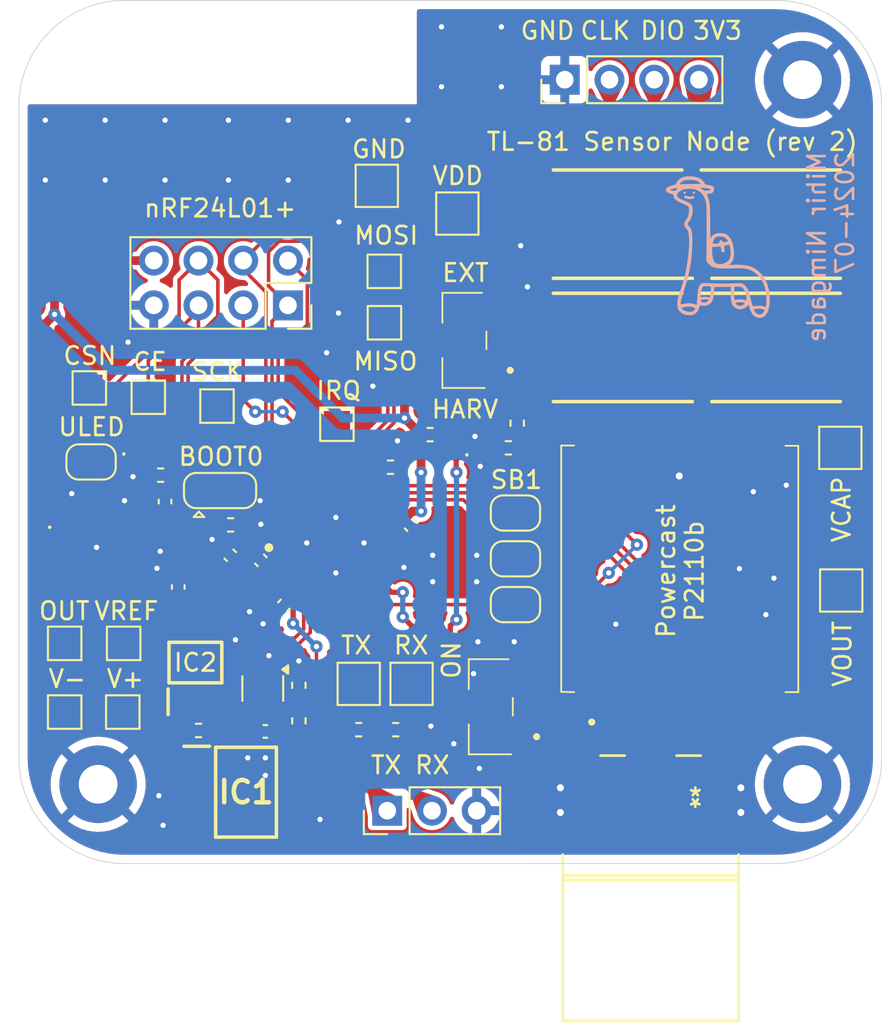
<source format=kicad_pcb>
(kicad_pcb (version 20240108) (generator "pcbnew") (generator_version "8.0")
  (layers (0 "F.Cu" signal) (31 "B.Cu" power) (34 "B.Paste" user) (35 "F.Paste" user) (36 "B.SilkS" user "B.Silkscreen") (37 "F.SilkS" user "F.Silkscreen") (38 "B.Mask" user) (39 "F.Mask" user) (44 "Edge.Cuts" user))
  (net 0 "")
  (net 1 "GND")
  (net 2 "+3.3V")
  (net 3 "/NRST")
  (net 4 "PSENSE_PLUS")
  (net 5 "PSENSE_MINUS")
  (net 6 "Net-(D2-K)")
  (net 7 "/BOOT0")
  (net 9 "NRF_CSN")
  (net 13 "USART1_RX")
  (net 16 "NRF_IRQ")
  (net 17 "NRF_SCK")
  (net 18 "NRF_MISO")
  (net 19 "Net-(JP5-B)")
  (net 20 "Net-(JP6-B)")
  (net 21 "SWCLK")
  (net 22 "Net-(JP9-B)")
  (net 23 "USART1_TX")
  (net 24 "SWDIO")
  (net 25 "NRF_MOSI")
  (net 26 "VDD")
  (net 27 "Net-(D1-A)")
  (net 28 "P2110B_RESET")
  (net 29 "P2110B_DOUT")
  (net 30 "P2110B_DSET")
  (net 33 "P2110B_INT")
  (net 35 "POWER_LED_EN")
  (net 36 "/RFIN")
  (net 37 "NRF_CE")
  (net 39 "Net-(D2-A)")
  (net 41 "/USER_LED")
  (net 42 "Net-(J4-Pin_1)")
  (net 43 "Net-(J4-Pin_2)")
  (net 44 "/VSET")
  (net 46 "VCAP")
  (net 47 "/P2110B_VOUT")
  (net 48 "Net-(JP2-C)")
  (net 49 "Net-(U4-+)")
  (net 50 "Net-(IC2-RG_2)")
  (net 51 "Net-(IC2-RG_1)")
  (net 53 "PSENSE_OUT")
  (net 54 "PSENSE_VREF")
  (footprint "TestPoint:TestPoint_Pad_2.0x2.0mm" (layer "F.Cu") (at 120.65 121.4)
    (property "Reference" "TP18" (hide yes))
    (property "Value" "~")
  )
  (footprint "Resistor_SMD:R_0402_1005Metric" (layer "F.Cu") (at 89.9 136.9 90)
    (property "Reference" "R11" (hide yes))
    (property "Value" "22k")
  )
  (footprint "Package_TO_SOT_SMD:SOT-353_SC-70-5" (layer "F.Cu") (at 87.85 135.065 -90)
    (property "Reference" "U4" (hide yes))
    (property "Value" "TLV9001IDCK")
  )
  (footprint "libtpms:P2110B" (layer "F.Cu") (at 111.53 128.269 90)
    (property "Reference" "PS1" (hide yes))
    (property "Value" "P2110B" (hide yes))
  )
  (footprint "Jumper:SolderJumper-2_P1.3mm_Open_RoundedPad1.0x1.5mm" (layer "F.Cu") (at 102.2 130.3)
    (property "Reference" "JP9" (hide yes))
    (property "Value" "DOUT_EN")
  )
  (footprint "TestPoint:TestPoint_Pad_2.0x2.0mm" (layer "F.Cu") (at 94.325 106.525)
    (property "Reference" "TP17" (hide yes))
    (property "Value" "~")
  )
  (footprint "TestPoint:TestPoint_Pad_1.5x1.5mm" (layer "F.Cu") (at 76.6 136.4)
    (property "Reference" "TP11" (hide yes))
    (property "Value" "~")
  )
  (footprint "Resistor_SMD:R_0402_1005Metric" (layer "F.Cu") (at 84.2 137.445 180)
    (property "Reference" "R13" (hide yes))
    (property "Value" "100k")
  )
  (footprint "TestPoint:TestPoint_Pad_1.5x1.5mm" (layer "F.Cu") (at 92.06 120.06)
    (property "Reference" "TP1" (hide yes))
    (property "Value" "~")
  )
  (footprint "Capacitor_SMD:C_0402_1005Metric" (layer "F.Cu") (at 96.24 125.79 -45)
    (property "Reference" "C4" (hide yes))
    (property "Value" "100n")
  )
  (footprint "Resistor_SMD:R_0402_1005Metric" (layer "F.Cu") (at 82.05 122.95 180)
    (property "Reference" "R5" (hide yes))
    (property "Value" "470R")
  )
  (footprint "Resistor_SMD:R_0402_1005Metric" (layer "F.Cu") (at 89.9 134.88 90)
    (property "Reference" "R14" (hide yes))
    (property "Value" "22k")
  )
  (footprint "libtpms:QFN50P500X500X60-33N-D" (layer "F.Cu") (at 92 126.8 45)
    (property "Reference" "U1" (hide yes))
    (property "Value" "STM32U031K8U6" (hide yes))
  )
  (footprint "Capacitor_SMD:C_0402_1005Metric" (layer "F.Cu") (at 89.05 130.35 -135)
    (property "Reference" "C2" (hide yes))
    (property "Value" "100n")
  )
  (footprint "Capacitor_SMD:C_0402_1005Metric" (layer "F.Cu") (at 87.74 127.79 135)
    (property "Reference" "C3" (hide yes))
    (property "Value" "100n")
  )
  (footprint "libtpms:TS2134035BK160SMTTR" (layer "F.Cu") (at 78.46 126.91)
    (property "Reference" "S4" (hide yes))
    (property "Value" "Pushbutton switch" (hide yes))
  )
  (footprint "Capacitor_SMD:C_0402_1005Metric" (layer "F.Cu") (at 88 137.5 180)
    (property "Reference" "C23" (hide yes))
    (property "Value" "100n")
  )
  (footprint "Capacitor_SMD:C_0402_1005Metric" (layer "F.Cu") (at 83.05 129.3 90)
    (property "Reference" "C24" (hide yes))
    (property "Value" "100n")
  )
  (footprint "Jumper:SolderJumper-2_P1.3mm_Open_RoundedPad1.0x1.5mm" (layer "F.Cu") (at 102.2 125.1)
    (property "Reference" "JP5" (hide yes))
    (property "Value" "INT_EN")
  )
  (footprint "Resistor_SMD:R_0402_1005Metric" (layer "F.Cu") (at 86.025 125.775 180)
    (property "Reference" "R1" (hide yes))
    (property "Value" "100k")
  )
  (footprint "TestPoint:TestPoint_Pad_1.5x1.5mm" (layer "F.Cu") (at 78 118)
    (property "Reference" "TP6" (hide yes))
    (property "Value" "~")
  )
  (footprint "TestPoint:TestPoint_Pad_1.5x1.5mm" (layer "F.Cu") (at 76.6 132.5)
    (property "Reference" "TP9" (hide yes))
    (property "Value" "~")
  )
  (footprint "TestPoint:TestPoint_Pad_1.5x1.5mm" (layer "F.Cu") (at 94.76 114.3)
    (property "Reference" "TP3" (hide yes))
    (property "Value" "~")
  )
  (footprint "LED_SMD:LED_0402_1005Metric" (layer "F.Cu") (at 98.35 121.8 180)
    (property "Reference" "D1" (hide yes))
    (property "Value" "LED")
  )
  (footprint "libtpms:SOP65P490X110-8N" (layer "F.Cu") (at 84.025 133.59 90)
    (property "Reference" "IC2")
    (property "Value" "AD8226ARMZ" (hide yes))
  )
  (footprint "Resistor_SMD:R_0402_1005Metric" (layer "F.Cu") (at 101.8 121.4)
    (property "Reference" "R2" (hide yes))
    (property "Value" "?")
  )
  (footprint "TestPoint:TestPoint_Pad_1.5x1.5mm" (layer "F.Cu") (at 79.95 132.5)
    (property "Reference" "TP12" (hide yes))
    (property "Value" "~")
  )
  (footprint "TestPoint:TestPoint_Pad_1.5x1.5mm" (layer "F.Cu") (at 81.35 118.525)
    (property "Reference" "TP5" (hide yes))
    (property "Value" "~")
  )
  (footprint "Resistor_SMD:R_0402_1005Metric" (layer "F.Cu") (at 97.35 120.65)
    (property "Reference" "R4" (hide yes))
    (property "Value" "470R")
  )
  (footprint "LED_SMD:LED_0402_1005Metric" (layer "F.Cu") (at 81.05 121.75)
    (property "Reference" "D2" (hide yes))
    (property "Value" "LED")
  )
  (footprint "TestPoint:TestPoint_Pad_2.0x2.0mm" (layer "F.Cu") (at 120.7 129.5)
    (property "Reference" "TP16" (hide yes))
    (property "Value" "~")
  )
  (footprint "libtpms:CAPPM7362X375N" (layer "F.Cu") (at 117 115.7)
    (property "Reference" "C8" (hide yes))
    (property "Value" "C_Polarized" (hide yes))
  )
  (footprint "Jumper:SolderJumper-2_P1.3mm_Open_RoundedPad1.0x1.5mm" (layer "F.Cu") (at 102.2 127.7)
    (property "Reference" "JP6" (hide yes))
    (property "Value" "DSET_EN")
  )
  (footprint "Resistor_SMD:R_0402_1005Metric" (layer "F.Cu") (at 102.3 120 -90)
    (property "Reference" "R3" (hide yes))
    (property "Value" "?")
  )
  (footprint "TestPoint:TestPoint_Pad_2.0x2.0mm" (layer "F.Cu") (at 96.3 134.8 -90)
    (property "Reference" "TP14" (hide yes))
    (property "Value" "~")
  )
  (footprint "Connector_PinHeader_2.54mm:PinHeader_1x04_P2.54mm_Vertical" (layer "F.Cu") (at 105 100.5 90)
    (property "Reference" "J2" (hide yes))
    (property "Value" "DEBUG_CONN")
  )
  (footprint "Resistor_SMD:R_0402_1005Metric" (layer "F.Cu") (at 95.1 122.5)
    (property "Reference" "R10" (hide yes))
    (property "Value" "1k")
  )
  (footprint "libtpms:CAPPM7362X375N" (layer "F.Cu") (at 108 115.7 180)
    (property "Reference" "C6" (hide yes))
    (property "Value" "C_Polarized" (hide yes))
  )
  (footprint "Resistor_SMD:R_0402_1005Metric" (layer "F.Cu") (at 93.3 137.4 180)
    (property "Reference" "R6" (hide yes))
    (property "Value" "220R")
  )
  (footprint "libtpms:CAPPM7362X375N" (layer "F.Cu") (at 108 108.7 180)
    (property "Reference" "C5" (hide yes))
    (property "Value" "C_Polarized" (hide yes))
  )
  (footprint "TestPoint:TestPoint_Pad_1.5x1.5mm" (layer "F.Cu") (at 85.25 119.03)
    (property "Reference" "TP2" (hide yes))
    (property "Value" "~")
  )
  (footprint "MountingHole:MountingHole_2.2mm_M2_Pad" (layer "F.Cu") (at 118.5 100.5)
    (property "Reference" "H3" (hide yes))
    (property "Value" "MountingHole" (hide yes))
  )
  (footprint "Capacitor_SMD:C_0402_1005Metric" (layer "F.Cu") (at 82.3 124.45 90)
    (property "Reference" "C22" (hide yes))
    (property "Value" "100n")
  )
  (footprint "TestPoint:TestPoint_Pad_1.5x1.5mm" (layer "F.Cu") (at 94.75 111.38)
    (property "Reference" "TP4" (hide yes))
    (property "Value" "~")
  )
  (footprint "MountingHole:MountingHole_2.2mm_M2_Pad" (layer "F.Cu") (at 118.5 140.5)
    (property "Reference" "H4" (hide yes))
    (property "Value" "MountingHole" (hide yes))
  )
  (footprint "libtpms:CONN_73251-1150_MOL" (layer "F.Cu") (at 109.875 142.404 180)
    (property "Reference" "J3" (hide yes))
    (property "Value" "SMA EDGE CONN")
  )
  (footprint "libtpms:CAPPM7362X375N" (layer "F.Cu") (at 117 108.7)
    (property "Reference" "C1" (hide yes))
    (property "Value" "C_Polarized" (hide yes))
  )
  (footprint "Connector_PinSocket_2.54mm:PinSocket_2x04_P2.54mm_Vertical" (layer "F.Cu") (at 89.28 113.31 -90)
    (property "Reference" "nRF24L01+")
    (property "Value" "NRF_CONN")
  )
  (footprint "Capacitor_SMD:C_0402_1005Metric" (layer "F.Cu") (at 86 127.5 135)
    (property "Reference" "C7" (hide yes))
    (property "Value" "10u")
  )
  (footprint "Jumper:SolderJumper-3_P1.3mm_Open_RoundedPad1.0x1.5mm" (layer "F.Cu") (at 85.425 123.825)
    (property "Reference" "JP2" (hide yes))
    (property "Value" "BOOT_SEL")
  )
  (footprint "TestPoint:TestPoint_Pad_1.5x1.5mm" (layer "F.Cu") (at 79.9 136.4)
    (property "Reference" "TP10" (hide yes))
    (property "Value" "~")
  )
  (footprint "Connector_PinHeader_2.54mm:PinHeader_1x03_P2.54mm_Vertical" (layer "F.Cu") (at 94.92 142 90)
    (property "Reference" "J4" (hide yes))
    (property "Value" "UART_CONN")
  )
  (footprint "TestPoint:TestPoint_Pad_2.0x2.0mm" (layer "F.Cu") (at 93.3 134.8 -90)
    (property "Reference" "TP13" (hide yes))
    (property "Value" "~")
  )
  (footprint "libtpms:CAS120A1" (layer "F.Cu") (at 100.8 136.1 90)
    (property "Reference" "S1" (hide yes))
    (property "Value" "CAS-120A1" (hide yes))
  )
  (footprint "MountingHole:MountingHole_2.2mm_M2_Pad" (layer "F.Cu") (at 78.5 140.5)
    (property "Reference" "H2" (hide yes))
    (property "Value" "MountingHole" (hide yes))
  )
  (footprint "TestPoint:TestPoint_Pad_2.0x2.0mm" (layer "F.Cu") (at 98.9 108.1)
    (property "Reference" "TP15" (hide yes))
    (property "Value" "~")
  )
  (footprint "libtpms:SOIC127P610X280-8N" (layer "F.Cu") (at 86.9 140.95)
    (property "Reference" "IC1")
    (property "Value" "NPP-301A-700AT" (hide yes))
  )
  (footprint "libtpms:CAS120A1" (layer "F.Cu") (at 99.3 115.3 90)
    (property "Reference" "S5" (hide yes))
    (property "Value" "CAS-120A1" (hide yes))
  )
  (footprint "Jumper:SolderJumper-2_P1.3mm_Open_RoundedPad1.0x1.5mm" (layer "F.Cu") (at 78.1 122.2)
    (property "Reference" "JP1" (hide yes))
    (property "Value" "USER_LED_EN")
  )
  (footprint "Resistor_SMD:R_0402_1005Metric" (layer "F.Cu") (at 95.4 137.4 180)
    (property "Reference" "R7" (hide yes))
    (property "Value" "220R")
  )
  (footprint "LOGO" (layer "B.Cu") (at 113.7 110 180)
    (property "Reference" "G***" (hide yes))
    (property "Value" "LOGO" (hide yes))
  )
  (gr_arc (start 117 96) (mid 121.242641 97.757359) (end 123 102) (stroke (width 0.05)) (layer "Edge.Cuts"))
  (gr_arc (start 122.999999 138.999999) (mid 121.24264 143.24264) (end 116.999999 144.999999) (stroke (width 0.05)) (layer "Edge.Cuts"))
  (gr_line (start 116.999999 144.999999) (end 80 145) (stroke (width 0.05)) (layer "Edge.Cuts"))
  (gr_line (start 117 96) (end 80.000001 96.000001) (stroke (width 0.05)) (layer "Edge.Cuts"))
  (gr_line (start 123 102) (end 122.999999 138.999999) (stroke (width 0.05)) (layer "Edge.Cuts"))
  (gr_line (start 74 138.999999) (end 74 102.000001) (stroke (width 0.05)) (layer "Edge.Cuts"))
  (gr_arc (start 80.000001 144.999999) (mid 75.75736 143.24264) (end 74.000001 138.999999) (stroke (width 0.05)) (layer "Edge.Cuts"))
  (gr_arc (start 74.000001 102.000001) (mid 75.75736 97.75736) (end 80.000001 96.000001) (stroke (width 0.05)) (layer "Edge.Cuts"))
  (gr_text "Mihir Nimgade\n2024-07" (at 121.5 104.5 90) (layer "B.SilkS") (effects (font (size 1 1) (thickness 0.15) (bold yes)) (justify left bottom mirror)))
  (gr_text "MOSI" (at 92.95 109.93 0) (layer "F.SilkS") (effects (font (size 1 1)) (justify left bottom)))
  (gr_text "TX" (at 93.9 140 0) (layer "F.SilkS") (effects (font (size 1 1)) (justify left bottom)))
  (gr_text "RX" (at 95.2 133.2 0) (layer "F.SilkS") (effects (font (size 1 1) (thickness 0.15) (bold yes)) (justify left bottom)))
  (gr_text "DIO" (at 109.2 98.3 0) (layer "F.SilkS") (effects (font (size 1 1) (thickness 0.15) (bold yes)) (justify left bottom)))
  (gr_text "SCK" (at 83.71 117.66 0) (layer "F.SilkS") (effects (font (size 1 1) (thickness 0.15) (bold yes)) (justify left bottom)))
  (gr_text "V-" (at 75.6 135.1 0) (layer "F.SilkS") (effects (font (size 1 1) (thickness 0.15) (bold yes)) (justify left bottom)))
  (gr_text "VOUT" (at 121.35 135.05 90) (layer "F.SilkS") (effects (font (size 1 1) (thickness 0.15) (bold yes)) (justify left bottom)))
  (gr_text "TX" (at 92.2 133.2 0) (layer "F.SilkS") (effects (font (size 1 1) (thickness 0.15) (bold yes)) (justify left bottom)))
  (gr_text "3V3" (at 112.2 98.3 0) (layer "F.SilkS") (effects (font (size 1 1) (thickness 0.15) (bold yes)) (justify left bottom)))
  (gr_text "EXT" (at 97.95 112.05 0) (layer "F.SilkS") (effects (font (size 1 1)) (justify left bottom)))
  (gr_text "RX" (at 96.4 140 0) (layer "F.SilkS") (effects (font (size 1 1)) (justify left bottom)))
  (gr_text "VCAP" (at 121.3 126.85 90) (layer "F.SilkS") (effects (font (size 1 1) (thickness 0.15) (bold yes)) (justify left bottom)))
  (gr_text "CSN" (at 76.43 116.76 0) (layer "F.SilkS") (effects (font (size 1 1) (thickness 0.15) (bold yes)) (justify left bottom)))
  (gr_text "ON" (at 99.15 134.6 90) (layer "F.SilkS") (effects (font (size 1 1)) (justify left bottom)))
  (gr_text "OUT" (at 75.05 131.25 0) (layer "F.SilkS") (effects (font (size 1 1) (thickness 0.15) (bold yes)) (justify left bottom)))
  (gr_text "CE" (at 80.39 117.1 0) (layer "F.SilkS") (effects (font (size 1 1) (thickness 0.15) (bold yes)) (justify left bottom)))
  (gr_text "IRQ" (at 90.8 118.74 0) (layer "F.SilkS") (effects (font (size 1 1) (thickness 0.15) (bold yes)) (justify left bottom)))
  (gr_text "GND" (at 92.825 105.025 0) (layer "F.SilkS") (effects (font (size 1 1)) (justify left bottom)))
  (gr_text "ULED" (at 76.15 120.8 0) (layer "F.SilkS") (effects (font (size 1 1)) (justify left bottom)))
  (gr_text "CLK" (at 105.8 98.3 0) (layer "F.SilkS") (effects (font (size 1 1) (thickness 0.15) (bold yes)) (justify left bottom)))
  (gr_text "MISO" (at 92.91 117.075 0) (layer "F.SilkS") (effects (font (size 1 1)) (justify left bottom)))
  (gr_text "V+" (at 78.9 135.1 0) (layer "F.SilkS") (effects (font (size 1 1) (thickness 0.15) (bold yes)) (justify left bottom)))
  (gr_text "TL-81 Sensor Node (rev 2)" (at 111.1 104.6 0) (layer "F.SilkS") (effects (font (size 1 1) (thickness 0.15) (bold yes)) (justify bottom)))
  (gr_text "SB1" (at 100.7 123.8 0) (layer "F.SilkS") (effects (font (size 1 1) (thickness 0.15) (bold yes)) (justify left bottom)))
  (gr_text "BOOT0" (at 82.98 122.48 0) (layer "F.SilkS") (effects (font (size 1 1) (thickness 0.15) (bold yes)) (justify left bottom)))
  (gr_text "VREF" (at 78.2 131.25 0) (layer "F.SilkS") (effects (font (size 1 1) (thickness 0.15) (bold yes)) (justify left bottom)))
  (gr_text "Powercast\nP2110b" (at 112.95 128.4 90) (layer "F.SilkS") (effects (font (size 1 1) (thickness 0.15) (bold yes)) (justify bottom)))
  (gr_text "VDD" (at 97.4 106.54 0) (layer "F.SilkS") (effects (font (size 1 1)) (justify left bottom)))
  (gr_text "GND" (at 102.4 98.3 0) (layer "F.SilkS") (effects (font (size 1 1) (thickness 0.15) (bold yes)) (justify left bottom)))
  (gr_text "HARV" (at 97.35 119.8 0) (layer "F.SilkS") (effects (font (size 1 1)) (justify left bottom)))
  (segment (start 89.9 134.37) (end 89.9 133.5) (width 0.5) (layer "F.Cu") (net 1))
  (segment (start 86.725 123.825) (end 87.125 123.825) (width 0.5) (layer "F.Cu") (net 1))
  (segment (start 87.975 125.975) (end 88.700127 125.975) (width 0.2) (layer "F.Cu") (net 1))
  (segment (start 87.85 133.55) (end 88.2 133.2) (width 0.2) (layer "F.Cu") (net 1))
  (segment (start 90.745 142.855) (end 89.7 142.855) (width 0.5) (layer "F.Cu") (net 1))
  (segment (start 85.10288 126.60288) (end 85.660589 127.160589) (width 0.5) (layer "F.Cu") (net 1))
  (segment (start 86.3 132.3) (end 85.365 131.365) (width 0.3) (layer "F.Cu") (net 1))
  (segment (start 87.125 123.825) (end 87.7 124.4) (width 0.5) (layer "F.Cu") (net 1))
  (segment (start 87.85 134.115) (end 87.85 133.55) (width 0.2) (layer "F.Cu") (net 1))
  (segment (start 111.5 121.314) (end 111.5 123) (width 0.5) (layer "F.Cu") (net 1))
  (segment (start 88.700127 125.975) (end 89.030152 126.305025) (width 0.2) (layer "F.Cu") (net 1))
  (segment (start 84.97212 126.60288) (end 85.10288 126.60288) (width 0.2) (layer "F.Cu") (net 1))
  (segment (start 91.1 142.5) (end 90.745 142.855) (width 0.5) (layer "F.Cu") (net 1))
  (segment (start 85.365 131.365) (end 85 131.365) (width 0.3) (layer "F.Cu") (net 1))
  (segment (start 95.864873 128.19) (end 94.969848 127.294975) (width 0.2) (layer "F.Cu") (net 1))
  (segment (start 111.53 121.284) (end 111.5 121.314) (width 0.5) (layer "F.Cu") (net 1))
  (segment (start 87.74 125.74) (end 87.975 125.975) (width 0.2) (layer "F.Cu") (net 1))
  (via (at 86.3 132.3) (size 0.7) (drill 0.3) (layers "F.Cu" "B.Cu") (net 1))
  (via (at 92.175 108.575) (size 0.7) (drill 0.3) (layers "F.Cu" "B.Cu") (net 1))
  (via (at 97.4 137.2) (size 0.7) (drill 0.3) (layers "F.Cu" "B.Cu") (net 1))
  (via (at 82.19 142.83) (size 0.7) (drill 0.3) (layers "F.Cu" "B.Cu") (net 1))
  (via (at 116.88 128.8) (size 0.7) (drill 0.3) (layers "F.Cu" "B.Cu") (net 1))
  (via (at 80 124.4) (size 0.7) (drill 0.3) (layers "F.Cu" "B.Cu") (net 1))
  (via (at 87.1 130.7) (size 0.7) (drill 0.3) (layers "F.Cu" "B.Cu") (net 1))
  (via (at 88.2 133.2) (size 0.7) (drill 0.3) (layers "F.Cu" "B.Cu") (net 1))
  (via (at 100.07 132.41) (size 0.7) (drill 0.3) (layers "F.Cu" "B.Cu") (net 1))
  (via (at 91.475 116) (size 0.7) (drill 0.3) (layers "F.Cu" "B.Cu") (net 1))
  (via (at 117.58 123.52) (size 0.7) (drill 0.3) (layers "F.Cu" "B.Cu") (net 1))
  (via (at 100.15 139.6) (size 0.7) (drill 0.3) (layers "F.Cu" "B.Cu") (net 1))
  (via (at 94.1 117.9) (size 0.7) (drill 0.3) (layers "F.Cu" "B.Cu") (net 1))
  (via (at 88 140) (size 0.7) (drill 0.3) (layers "F.Cu" "B.Cu") (net 1))
  (via (at 78.9 106.2) (size 0.7) (drill 0.3) (layers "F.Cu" "B.Cu") (net 1))
  (via (at 98.7 138.2) (size 0.7) (drill 0.3) (layers "F.Cu" "B.Cu") (net 1))
  (via (at 102.88 112.26) (size 0.7) (drill 0.3) (layers "F.Cu" "B.Cu") (net 1))
  (via (at 89.3 102.8) (size 0.7) (drill 0.3) (layers "F.Cu" "B.Cu") (net 1))
  (via (at 82.3 102.8) (size 0.7) (drill 0.3) (layers "F.Cu" "B.Cu") (net 1))
  (via (at 81.95 141.15) (size 0.7) (drill 0.3) (layers "F.Cu" "B.Cu") (net 1))
  (via (at 104.75 140.7) (size 0.9) (drill 0.4) (layers "F.Cu" "B.Cu") (net 1))
  (via (at 115.71 123.89) (size 0.7) (drill 0.3) (layers "F.Cu" "B.Cu") (net 1))
  (via (at 85.9 102.8) (size 0.7) (drill 0.3) (layers "F.Cu" "B.Cu") (net 1))
  (via (at 82.3 106.2) (size 0.7) (drill 0.3) (layers "F.Cu" "B.Cu") (net 1))
  (via (at 78.41 127.05) (size 0.7) (drill 0.3) (layers "F.Cu" "B.Cu") (net 1))
  (via (at 77 124) (size 0.7) (drill 0.3) (layers "F.Cu" "B.Cu") (net 1))
  (via (at 84.97212 126.60288) (size 0.7) (drill 0.3) (layers "F.Cu" "B.Cu") (net 1))
  (via (at 87.74 125.74) (size 0.7) (drill 0.3) (layers "F.Cu" "B.Cu") (net 1))
  (via (at 95.5 121) (size 0.7) (drill 0.3) (layers "F.Cu" "B.Cu") (net 1))
  (via (at 80.48 123.04) (size 0.7) (drill 0.3) (layers "F.Cu" "B.Cu") (net 1))
  (via (at 92 128.5) (size 0.7) (drill 0.3) (layers "F.Cu" "B.Cu") (net 1))
  (via (at 75.5 106.2) (size 0.7) (drill 0.3) (layers "F.Cu" "B.Cu") (net 1))
  (via (at 87.87 131.39) (size 0.7) (drill 0.3) (layers "F.Cu" "B.Cu") (net 1))
  (via (at 88 139) (size 0.7) (drill 0.3) (layers "F.Cu" "B.Cu") (net 1))
  (via (at 92.15 113.75) (size 0.7) (drill 0.3) (layers "F.Cu" "B.Cu") (net 1))
  (via (at 82.025 127.275) (size 0.7) (drill 0.3) (layers "F.Cu" "B.Cu") (net 1))
  (via (at 104.75 142.1) (size 0.9) (drill 0.4) (layers "F.Cu" "B.Cu") (net 1))
  (via (at 92.7 102.8) (size 0.7) (drill 0.3) (layers "F.Cu" "B.Cu") (net 1))
  (via (at 100 129) (size 0.7) (drill 0.3) (layers "F.Cu" "B.Cu") (net 1))
  (via (at 78.9 102.8) (size 0.7) (drill 0.3) (layers "F.Cu" "B.Cu") (net 1))
  (via (at 116.42 130.87) (size 0.7) (drill 0.3) (layers "F.Cu" "B.Cu") (net 1))
  (via (at 115 142.1) (size 0.9) (drill 0.4) (layers "F.Cu" "B.Cu") (net 1))
  (via (at 102.5 109.925) (size 0.7) (drill 0.3) (layers "F.Cu" "B.Cu") (net 1))
  (via (at 99.9 120.75) (size 0.7) (drill 0.3) (layers "F.Cu" "B.Cu") (net 1))
  (via (at 96.1 102.8) (size 0.7) (drill 0.3) (layers "F.Cu" "B.Cu") (net 1))
  (via (at 89.3 106.2) (size 0.7) (drill 0.3) (layers "F.Cu" "B.Cu") (net 1))
  (via (at 99.82 134.22) (size 0.7) (drill 0.3) (layers "F.Cu" "B.Cu") (net 1))
  (via (at 95.864873 128.19) (size 0.7) (drill 0.3) (layers "F.Cu" "B.Cu") (net 1))
  (via (at 111.5 123) (size 0.9) (drill 0.4) (layers "F.Cu" "B.Cu") (net 1))
  (via (at 91.1 142.5) (size 0.7) (drill 0.3) (layers "F.Cu" "B.Cu") (net 1))
  (via (at 100.2 122.45) (size 0.7) (drill 0.3) (layers "F.Cu" "B.Cu") (net 1))
  (via (at 81.84 128.24) (size 0.7) (drill 0.3) (layers "F.Cu" "B.Cu") (net 1))
  (via (at 97.5 127.5) (size 0.7) (drill 0.3) (layers "F.Cu" "B.Cu") (net 1))
  (via (at 100 127.5) (size 0.7) (drill 0.3) (layers "F.Cu" "B.Cu") (net 1))
  (via (at 102.13 132.41) (size 0.7) (drill 0.3) (layers "F.Cu" "B.Cu") (net 1))
  (via (at 107.9 131.41) (size 0.7) (drill 0.3) (layers "F.Cu" "B.Cu") (net 1))
  (via (at 87.7 124.4) (size 0.7) (drill 0.3) (layers "F.Cu" "B.Cu") (net 1))
  (via (at 87 139) (size 0.7) (drill 0.3) (layers "F.Cu" "B.Cu") (net 1))
  (via (at 92 125.35) (size 0.7) (drill 0.3) (layers "F.Cu" "B.Cu") (net 1))
  (via (at 115 140.7) (size 0.9) (drill 0.4) (layers "F.Cu" "B.Cu") (net 1))
  (via (at 93.6 126.8) (size 0.7) (drill 0.3) (layers "F.Cu" "B.Cu") (net 1))
  (via (at 89.9 133.5) (size 0.7) (drill 0.3) (layers "F.Cu" "B.Cu") (net 1))
  (via (at 98 97.5) (size 0.7) (drill 0.3) (layers "F.Cu" "B.Cu") (net 1))
  (via (at 98 100.9) (size 0.7) (drill 0.3) (layers "F.Cu" "B.Cu") (net 1))
  (via (at 90.35 126.8) (size 0.7) (drill 0.3) (layers "F.Cu" "B.Cu") (net 1))
  (via (at 101.4 97.5) (size 0.7) (drill 0.3) (layers "F.Cu" "B.Cu") (net 1))
  (via (at 114.92 128.26) (size 0.7) (drill 0.3) (layers "F.Cu" "B.Cu") (net 1))
  (via (at 80.2 115.4) (size 0.7) (drill 0.3) (layers "F.Cu" "B.Cu") (net 1))
  (via (at 85.9 106.2) (size 0.7) (drill 0.3) (layers "F.Cu" "B.Cu") (net 1))
  (via (at 75.5 102.8) (size 0.7) (drill 0.3) (layers "F.Cu" "B.Cu") (net 1))
  (via (at 97.5 129) (size 0.7) (drill 0.3) (layers "F.Cu" "B.Cu") (net 1))
  (via (at 101.4 100.9) (size 0.7) (drill 0.3) (layers "F.Cu" "B.Cu") (net 1))
  (segment (start 112.62 100.5) (end 112.62 102.68) (width 1) (layer "F.Cu") (net 2))
  (segment (start 112.62 102.68) (end 110.4 104.9) (width 1) (layer "F.Cu") (net 2))
  (segment (start 101.1 112.9) (end 100.45 113.55) (width 1) (layer "F.Cu") (net 2))
  (segment (start 110.4 104.9) (end 103.1 104.9) (width 1) (layer "F.Cu") (net 2))
  (segment (start 101.1 106.9) (end 101.1 112.9) (width 1) (layer "F.Cu") (net 2))
  (segment (start 103.1 104.9) (end 101.1 106.9) (width 1) (layer "F.Cu") (net 2))
  (segment (start 90.090812 128.355635) (end 89.046447 129.4) (width 0.2) (layer "F.Cu") (net 3))
  (segment (start 82.3 126.055686) (end 82.3 124.93) (width 0.2) (layer "F.Cu") (net 3))
  (segment (start 85.636396 129.4) (end 84.626396 128.39) (width 0.2) (layer "F.Cu") (net 3))
  (segment (start 84.626396 128.39) (end 84.626396 128.382082) (width 0.2) (layer "F.Cu") (net 3))
  (segment (start 89.046447 129.4) (end 85.636396 129.4) (width 0.2) (layer "F.Cu") (net 3))
  (segment (start 76.835 125.91) (end 80.085 125.91) (width 0.2) (layer "F.Cu") (net 3))
  (segment (start 81.065 124.93) (end 82.3 124.93) (width 0.2) (layer "F.Cu") (net 3))
  (segment (start 80.085 125.91) (end 81.065 124.93) (width 0.2) (layer "F.Cu") (net 3))
  (segment (start 84.626396 128.382082) (end 82.3 126.055686) (width 0.2) (layer "F.Cu") (net 3))
  (segment (start 92 133.15) (end 92 142.8) (width 0.2) (layer "F.Cu") (net 4))
  (segment (start 93.55 130.117767) (end 93.55 131.6) (width 0.2) (layer "F.Cu") (net 4))
  (segment (start 93.55 131.6) (end 92 133.15) (width 0.2) (layer "F.Cu") (net 4))
  (segment (start 92.848528 129.416295) (end 93.55 130.117767) (width 0.2) (layer "F.Cu") (net 4))
  (segment (start 82.3 137.8) (end 82.3 139.44) (width 0.2) (layer "F.Cu") (net 4))
  (segment (start 83.05 135.815) (end 83.05 137.05) (width 0.2) (layer "F.Cu") (net 4))
  (segment (start 79.9 136.4) (end 81.87 136.4) (width 0.2) (layer "F.Cu") (net 4))
  (segment (start 85.515 140.315) (end 84.1 140.315) (width 0.2) (layer "F.Cu") (net 4))
  (segment (start 81.87 136.4) (end 82.3 136.83) (width 0.2) (layer "F.Cu") (net 4))
  (segment (start 82.3 139.44) (end 83.175 140.315) (width 0.2) (layer "F.Cu") (net 4))
  (segment (start 91.295 143.505) (end 88.705 143.505) (width 0.2) (layer "F.Cu") (net 4))
  (segment (start 88.705 143.505) (end 85.515 140.315) (width 0.2) (layer "F.Cu") (net 4))
  (segment (start 92 142.8) (end 91.295 143.505) (width 0.2) (layer "F.Cu") (net 4))
  (segment (start 83.05 137.05) (end 82.3 137.8) (width 0.2) (layer "F.Cu") (net 4))
  (segment (start 82.3 136.83) (end 82.3 137.8) (width 0.2) (layer "F.Cu") (net 4))
  (segment (start 83.175 140.315) (end 84.1 140.315) (width 0.2) (layer "F.Cu") (net 4))
  (segment (start 84.61 134.4) (end 85 134.79) (width 0.3) (layer "F.Cu") (net 5))
  (segment (start 86 139.6) (end 86 136.815) (width 0.3) (layer "F.Cu") (net 5))
  (segment (start 90.415 141.585) (end 91.6 140.4) (width 0.2) (layer "F.Cu") (net 5))
  (segment (start 76.6 136.4) (end 78.6 134.4) (width 0.3) (layer "F.Cu") (net 5))
  (segment (start 85 134.79) (end 85 135.815) (width 0.3) (layer "F.Cu") (net 5))
  (segment (start 89.7 141.585) (end 87.985 141.585) (width 0.3) (layer "F.Cu") (net 5))
  (segment (start 86 136.815) (end 85 135.815) (width 0.3) (layer "F.Cu") (net 5))
  (segment (start 78.6 134.4) (end 84.61 134.4) (width 0.3) (layer "F.Cu") (net 5))
  (segment (start 87.985 141.585) (end 86 139.6) (width 0.3) (layer "F.Cu") (net 5))
  (segment (start 93.15 130.424873) (end 92.494975 129.769848) (width 0.2) (layer "F.Cu") (net 5))
  (segment (start 89.7 141.585) (end 90.415 141.585) (width 0.2) (layer "F.Cu") (net 5))
  (segment (start 91.6 132.984314) (end 93.15 131.434314) (width 0.2) (layer "F.Cu") (net 5))
  (segment (start 91.6 140.4) (end 91.6 132.984314) (width 0.2) (layer "F.Cu") (net 5))
  (segment (start 93.15 131.434314) (end 93.15 130.424873) (width 0.2) (layer "F.Cu") (net 5))
  (segment (start 78.75 122.2) (end 80.115 122.2) (width 0.2) (layer "F.Cu") (net 6))
  (segment (start 80.115 122.2) (end 80.565 121.75) (width 0.2) (layer "F.Cu") (net 6))
  (segment (start 87.26 125.05) (end 88.482233 125.05) (width 0.2) (layer "F.Cu") (net 7))
  (segment (start 86.535 125.775) (end 87.26 125.05) (width 0.2) (layer "F.Cu") (net 7))
  (segment (start 88.482233 125.05) (end 89.383705 125.951472) (width 0.2) (layer "F.Cu") (net 7))
  (segment (start 85.3 113.915025) (end 84.55 114.665025) (width 0.2) (layer "F.Cu") (net 9))
  (segment (start 79.3 118) (end 78 118) (width 0.2) (layer "F.Cu") (net 9))
  (segment (start 83.61 120.245026) (end 85.834974 122.47) (width 0.2) (layer "F.Cu") (net 9))
  (segment (start 83.1 111.87) (end 83.1 114.2) (width 0.2) (layer "F.Cu") (net 9))
  (segment (start 87.316447 122.47) (end 90.090812 125.244365) (width 0.2) (layer "F.Cu") (net 9))
  (segment (start 84.55 115.694974) (end 83.61 116.634974) (width 0.2) (layer "F.Cu") (net 9))
  (segment (start 84.2 110.77) (end 85.3 111.87) (width 0.2) (layer "F.Cu") (net 9))
  (segment (start 83.61 116.634974) (end 83.61 120.245026) (width 0.2) (layer "F.Cu") (net 9))
  (segment (start 83.1 114.2) (end 79.3 118) (width 0.2) (layer "F.Cu") (net 9))
  (segment (start 85.3 111.87) (end 85.3 113.915025) (width 0.2) (layer "F.Cu") (net 9))
  (segment (start 84.55 114.665025) (end 84.55 115.694974) (width 0.2) (layer "F.Cu") (net 9))
  (segment (start 84.2 110.77) (end 83.1 111.87) (width 0.2) (layer "F.Cu") (net 9))
  (segment (start 85.834974 122.47) (end 87.316447 122.47) (width 0.2) (layer "F.Cu") (net 9))
  (segment (start 95.8 129.6) (end 95.153553 129.6) (width 0.3) (layer "F.Cu") (net 13))
  (segment (start 96.3 131.5) (end 96.3 134.8) (width 0.3) (layer "F.Cu") (net 13))
  (segment (start 94.89 137.4) (end 94.89 137.01) (width 0.3) (layer "F.Cu") (net 13))
  (segment (start 94.89 137.01) (end 96.3 135.6) (width 0.3) (layer "F.Cu") (net 13))
  (segment (start 96.3 135.6) (end 96.3 134.8) (width 0.3) (layer "F.Cu") (net 13))
  (segment (start 95.153553 129.6) (end 93.909188 128.355635) (width 0.3) (layer "F.Cu") (net 13))
  (segment (start 95.8 131) (end 96.3 131.5) (width 0.3) (layer "F.Cu") (net 13))
  (via (at 95.8 129.6) (size 0.7) (drill 0.3) (layers "F.Cu" "B.Cu") (net 13))
  (via (at 95.8 131) (size 0.7) (drill 0.3) (layers "F.Cu" "B.Cu") (net 13))
  (segment (start 95.8 131) (end 95.8 129.6) (width 0.3) (layer "B.Cu") (net 13))
  (segment (start 90.28 119.77) (end 90.28 122.605127) (width 0.2) (layer "F.Cu") (net 16))
  (segment (start 90.28 122.605127) (end 91.505025 123.830152) (width 0.2) (layer "F.Cu") (net 16))
  (segment (start 90.38 114.41) (end 88.725 116.065) (width 0.2) (layer "F.Cu") (net 16))
  (segment (start 89.28 110.77) (end 90.38 111.87) (width 0.2) (layer "F.Cu") (net 16))
  (segment (start 88.725 116.065) (end 88.725 118.215) (width 0.2) (layer "F.Cu") (net 16))
  (segment (start 88.725 118.215) (end 90.57 120.06) (width 0.2) (layer "F.Cu") (net 16))
  (segment (start 90.38 111.87) (end 90.38 114.41) (width 0.2) (layer "F.Cu") (net 16))
  (segment (start 90.57 120.06) (end 92.06 120.06) (width 0.2) (layer "F.Cu") (net 16))
  (segment (start 90.57 120.06) (end 90.28 119.77) (width 0.2) (layer "F.Cu") (net 16))
  (segment (start 89.7 122.732233) (end 91.151472 124.183705) (width 0.2) (layer "F.Cu") (net 17))
  (segment (start 87.425 119.35) (end 86.74 118.665) (width 0.2) (layer "F.Cu") (net 17))
  (segment (start 86.375 119.03) (end 85.25 119.03) (width 0.2) (layer "F.Cu") (net 17))
  (segment (start 89.7 120.075) (end 89.7 122.732233) (width 0.2) (layer "F.Cu") (net 17))
  (segment (start 86.74 118.665) (end 86.74 113.31) (width 0.2) (layer "F.Cu") (net 17))
  (segment (start 88.975 119.35) (end 89.7 120.075) (width 0.2) (layer "F.Cu") (net 17))
  (segment (start 86.74 118.665) (end 86.375 119.03) (width 0.2) (layer "F.Cu") (net 17))
  (via (at 88.975 119.35) (size 0.7) (drill 0.3) (layers "F.Cu" "B.Cu") (net 17))
  (via (at 87.425 119.35) (size 0.7) (drill 0.3) (layers "F.Cu" "B.Cu") (net 17))
  (segment (start 87.425 119.35) (end 88.975 119.35) (width 0.2) (layer "B.Cu") (net 17))
  (segment (start 89.28 113.31) (end 88.18 112.21) (width 0.2) (layer "F.Cu") (net 18))
  (segment (start 88.18 112.21) (end 88.18 110.27) (width 0.2) (layer "F.Cu") (net 18))
  (segment (start 88.78 109.67) (end 90.13 109.67) (width 0.2) (layer "F.Cu") (net 18))
  (segment (start 90.13 109.67) (end 94.76 114.3) (width 0.2) (layer "F.Cu") (net 18))
  (segment (start 89.28 113.31) (end 88.375 114.215) (width 0.2) (layer "F.Cu") (net 18))
  (segment (start 88.375 114.215) (end 88.375 122.11434) (width 0.2) (layer "F.Cu") (net 18))
  (segment (start 88.375 122.11434) (end 90.797918 124.537258) (width 0.2) (layer "F.Cu") (net 18))
  (segment (start 88.18 110.27) (end 88.78 109.67) (width 0.2) (layer "F.Cu") (net 18))
  (segment (start 114.832 134.1315) (end 105.8005 125.1) (width 0.2) (layer "F.Cu") (net 19))
  (segment (start 105.8005 125.1) (end 102.85 125.1) (width 0.2) (layer "F.Cu") (net 19))
  (segment (start 114.832 135.254) (end 114.832 134.1315) (width 0.2) (layer "F.Cu") (net 19))
  (segment (start 113.181 133.15625) (end 106.78475 126.76) (width 0.2) (layer "F.Cu") (net 20))
  (segment (start 106.78475 126.76) (end 103.79 126.76) (width 0.2) (layer "F.Cu") (net 20))
  (segment (start 103.79 126.76) (end 102.85 127.7) (width 0.2) (layer "F.Cu") (net 20))
  (segment (start 113.181 135.254) (end 113.181 133.15625) (width 0.2) (layer "F.Cu") (net 20))
  (segment (start 102.644365 103.8) (end 100.544365 105.9) (width 0.2) (layer "F.Cu") (net 21))
  (segment (start 96.65 117.02292) (end 94.95 118.72292) (width 0.2) (layer "F.Cu") (net 21))
  (segment (start 100.544365 105.9) (end 97.305026 105.9) (width 0.2) (layer "F.Cu") (net 21))
  (segment (start 92.494975 123.825025) (end 92.494975 123.830152) (width 0.2) (layer "F.Cu") (net 21))
  (segment (start 107.54 103.06) (end 106.8 103.8) (width 0.2) (layer "F.Cu") (net 21))
  (segment (start 96.65 106.555026) (end 96.65 117.02292) (width 0.2) (layer "F.Cu") (net 21))
  (segment (start 94.95 118.72292) (end 94.95 119.835026) (width 0.2) (layer "F.Cu") (net 21))
  (segment (start 93.37 121.415026) (end 93.37 122.95) (width 0.2) (layer "F.Cu") (net 21))
  (segment (start 107.54 100.5) (end 107.54 103.06) (width 0.2) (layer "F.Cu") (net 21))
  (segment (start 93.37 122.95) (end 92.494975 123.825025) (width 0.2) (layer "F.Cu") (net 21))
  (segment (start 106.8 103.8) (end 102.644365 103.8) (width 0.2) (layer "F.Cu") (net 21))
  (segment (start 97.305026 105.9) (end 96.65 106.555026) (width 0.2) (layer "F.Cu") (net 21))
  (segment (start 94.95 119.835026) (end 93.37 121.415026) (width 0.2) (layer "F.Cu") (net 21))
  (segment (start 108.198 125.998) (end 108.198 121.314) (width 0.2) (layer "F.Cu") (net 22))
  (segment (start 107.5 128.5) (end 105.7 130.3) (width 0.2) (layer "F.Cu") (net 22))
  (segment (start 108.198 121.314) (end 108.228 121.284) (width 0.2) (layer "F.Cu") (net 22))
  (segment (start 109.1 126.9) (end 108.198 125.998) (width 0.2) (layer "F.Cu") (net 22))
  (segment (start 105.7 130.3) (end 102.85 130.3) (width 0.2) (layer "F.Cu") (net 22))
  (via (at 107.5 128.5) (size 0.7) (drill 0.3) (layers "F.Cu" "B.Cu") (net 22))
  (via (at 109.1 126.9) (size 0.7) (drill 0.3) (layers "F.Cu" "B.Cu") (net 22))
  (segment (start 109.1 126.9) (end 107.5 128.5) (width 0.2) (layer "B.Cu") (net 22))
  (segment (start 94 129.86066) (end 93.202082 129.062742) (width 0.3) (layer "F.Cu") (net 23))
  (segment (start 93.09 135.01) (end 93.09 137.1) (width 0.3) (layer "F.Cu") (net 23))
  (segment (start 94 134.1) (end 94 129.86066) (width 0.3) (layer "F.Cu") (net 23))
  (segment (start 93.3 134.8) (end 93.09 135.01) (width 0.3) (layer "F.Cu") (net 23))
  (segment (start 93.3 134.8) (end 94 134.1) (width 0.3) (layer "F.Cu") (net 23))
  (segment (start 93.09 137.1) (end 92.79 137.4) (width 0.3) (layer "F.Cu") (net 23))
  (segment (start 92.848528 124.183705) (end 93.72 123.312233) (width 0.2) (layer "F.Cu") (net 24))
  (segment (start 110.08 103.02) (end 110.08 100.5) (width 0.2) (layer "F.Cu") (net 24))
  (segment (start 95.3 118.867894) (end 97 117.167894) (width 0.2) (layer "F.Cu") (net 24))
  (segment (start 93.72 121.56) (end 95.3 119.98) (width 0.2) (layer "F.Cu") (net 24))
  (segment (start 97.45 106.25) (end 100.68934 106.25) (width 0.2) (layer "F.Cu") (net 24))
  (segment (start 108.95 104.15) (end 110.08 103.02) (width 0.2) (layer "F.Cu") (net 24))
  (segment (start 95.3 119.98) (end 95.3 118.867894) (width 0.2) (layer "F.Cu") (net 24))
  (segment (start 93.72 123.312233) (end 93.72 121.56) (width 0.2) (layer "F.Cu") (net 24))
  (segment (start 97 117.167894) (end 97 106.7) (width 0.2) (layer "F.Cu") (net 24))
  (segment (start 100.68934 106.25) (end 102.78934 104.15) (width 0.2) (layer "F.Cu") (net 24))
  (segment (start 97 106.7) (end 97.45 106.25) (width 0.2) (layer "F.Cu") (net 24))
  (segment (start 102.78934 104.15) (end 108.95 104.15) (width 0.2) (layer "F.Cu") (net 24))
  (segment (start 88.19 109.32) (end 90.274975 109.32) (width 0.2) (layer "F.Cu") (net 25))
  (segment (start 86.74 110.77) (end 88.19 109.32) (width 0.2) (layer "F.Cu") (net 25))
  (segment (start 86.74 111.264974) (end 88.025 112.549974) (width 0.2) (layer "F.Cu") (net 25))
  (segment (start 88.025 122.471447) (end 90.444365 124.890812) (width 0.2) (layer "F.Cu") (net 25))
  (segment (start 90.274975 109.32) (end 92.334975 111.38) (width 0.2) (layer "F.Cu") (net 25))
  (segment (start 86.74 110.77) (end 86.74 111.264974) (width 0.2) (layer "F.Cu") (net 25))
  (segment (start 88.025 112.549974) (end 88.025 122.471447) (width 0.2) (layer "F.Cu") (net 25))
  (segment (start 92.334975 111.38) (end 94.75 111.38) (width 0.2) (layer "F.Cu") (net 25))
  (segment (start 84.2 126.75) (end 85.672536 128.222536) (width 0.3) (layer "F.Cu") (net 26))
  (segment (start 75.51 114.34) (end 75.51 119.29) (width 0.5) (layer "F.Cu") (net 26))
  (segment (start 95.824284 125.450589) (end 94.969848 126.305025) (width 0.2) (layer "F.Cu") (net 26))
  (segment (start 83.05 129.78) (end 83.05 131.365) (width 0.3) (layer "F.Cu") (net 26))
  (segment (start 76.6 129.3) (end 81.199339 129.3) (width 0.5) (layer "F.Cu") (net 26))
  (segment (start 77 120.5) (end 80.95 120.5) (width 0.5) (layer "F.Cu") (net 26))
  (segment (start 86.339411 127.839411) (end 86.848614 128.348614) (width 0.3) (layer "F.Cu") (net 26))
  (segment (start 89.9 138.845) (end 89.7 139.045) (width 0.2) (layer "F.Cu") (net 26))
  (segment (start 88.48 136.035) (end 88.5 136.015) (width 0.2) (layer "F.Cu") (net 26))
  (segment (start 89.228822 129.85) (end 89.389411 130.010589) (width 0.3) (layer "F.Cu") (net 26))
  (segment (start 95.9 118.975) (end 95.9 119.71) (width 0.5) (layer "F.Cu") (net 26))
  (segment (start 86.848614 128.348614) (end 87.860208 128.348614) (width 0.3) (layer "F.Cu") (net 26))
  (segment (start 85.672536 128.222536) (end 85.956286 128.222536) (width 0.3) (layer "F.Cu") (net 26))
  (segment (start 76.025 113.825) (end 76.025 112.105) (width 0.5) (layer "F.Cu") (net 26))
  (segment (start 81.679339 129.78) (end 83.05 129.78) (width 0.5) (layer "F.Cu") (net 26))
  (segment (start 98.15 115.3) (end 98.15 116.725) (width 0.5) (layer "F.Cu") (net 26))
  (segment (start 96.84 120.65) (end 96.84 122.8) (width 0.5) (layer "F.Cu") (net 26))
  (segment (start 75.51 128.21) (end 76.6 129.3) (width 0.5) (layer "F.Cu") (net 26))
  (segment (start 82.3 120.8) (end 84.125 122.625) (width 0.5) (layer "F.Cu") (net 26))
  (segment (start 76.025 113.825) (end 75.51 114.34) (width 0.5) (layer "F.Cu") (net 26))
  (segment (start 84.125 123.825) (end 84.2 123.9) (width 0.3) (layer "F.Cu") (net 26))
  (segment (start 83.05 129.78) (end 83.12 129.85) (width 0.3) (layer "F.Cu") (net 26))
  (segment (start 88.195716 128.129411) (end 89.030152 127.294975) (width 0.3) (layer "F.Cu") (net 26))
  (segment (start 89.9 137.41) (end 88.57 137.41) (width 0.2) (layer "F.Cu") (net 26))
  (segment (start 90.9 136.41) (end 89.9 137.41) (width 0.2) (layer "F.Cu") (net 26))
  (segment (start 75.65 119.15) (end 77 120.5) (width 0.5) (layer "F.Cu") (net 26))
  (segment (start 98.15 109.7) (end 98.9 108.95) (width 0.5) (layer "F.Cu") (net 26))
  (segment (start 89.575 130.196178) (end 89.389411 130.010589) (width 0.3) (layer "F.Cu") (net 26))
  (segment (start 96.351178 125) (end 95.900589 125.450589) (width 0.5) (layer "F.Cu") (net 26))
  (segment (start 75.65 119.15) (end 75.51 119.29) (width 0.5) (layer "F.Cu") (net 26))
  (segment (start 89.389411 129.764142) (end 90.444365 128.709188) (width 0.3) (layer "F.Cu") (net 26))
  (segment (start 96.84 125) (end 96.351178 125) (width 0.5) (layer "F.Cu") (net 26))
  (segment (start 80.95 120.5) (end 81.25 120.8) (width 0.5) (layer "F.Cu") (net 26))
  (segment (start 90.9 132.68) (end 90.9 136.41) (width 0.2) (layer "F.Cu") (net 26))
  (segment (start 88.57 137.41) (end 88.48 137.5) (width 0.2) (layer "F.Cu") (net 26))
  (segment (start 95.900589 125.450589) (end 95.824284 125.450589) (width 0.2) (layer "F.Cu") (net 26))
  (segment (start 81.25 120.8) (end 82.3 120.8) (width 0.5) (layer "F.Cu") (net 26))
  (segment (start 84.2 123.9) (end 84.2 126.75) (width 0.3) (layer "F.Cu") (net 26))
  (segment (start 95.9 119.71) (end 96.84 120.65) (width 0.5) (layer "F.Cu") (net 26))
  (segment (start 84.125 122.625) (end 84.125 123.825) (width 0.5) (layer "F.Cu") (net 26))
  (segment (start 89.389411 130.010589) (end 89.389411 129.764142) (width 0.3) (layer "F.Cu") (net 26))
  (segment (start 89.575 131.37) (end 89.575 130.196178) (width 0.3) (layer "F.Cu") (net 26))
  (segment (start 98.9 108.95) (end 98.9 108.1) (width 0.5) (layer "F.Cu") (net 26))
  (segment (start 76.025 112.105) (end 77.36 110.77) (width 0.5) (layer "F.Cu") (net 26))
  (segment (start 81.199339 129.3) (end 81.679339 129.78) (width 0.5) (layer "F.Cu") (net 26))
  (segment (start 87.860208 128.348614) (end 88.079411 128.129411) (width 0.3) (layer "F.Cu") (net 26))
  (segment (start 83.12 129.85) (end 89.228822 129.85) (width 0.3) (layer "F.Cu") (net 26))
  (segment (start 85.956286 128.222536) (end 86.339411 127.839411) (width 0.3) (layer "F.Cu") (net 26))
  (segment (start 98.15 115.3) (end 98.15 109.7) (width 0.5) (layer "F.Cu") (net 26))
  (segment (start 88.079411 128.129411) (end 88.195716 128.129411) (width 0.3) (layer "F.Cu") (net 26))
  (segment (start 89.9 137.41) (end 89.9 138.845) (width 0.2) (layer "F.Cu") (net 26))
  (segment (start 75.51 119.29) (end 75.51 128.21) (width 0.5) (layer "F.Cu") (net 26))
  (segment (start 88.48 137.5) (end 88.48 136.035) (width 0.2) (layer "F.Cu") (net 26))
  (segment (start 77.36 110.77) (end 81.66 110.77) (width 0.5) (layer "F.Cu") (net 26))
  (segment (start 98.15 116.725) (end 95.9 118.975) (width 0.5) (layer "F.Cu") (net 26))
  (via (at 89.575 131.37) (size 0.7) (drill 0.3) (layers "F.Cu" "B.Cu") (net 26))
  (via (at 96.84 122.8) (size 0.7) (drill 0.3) (layers "F.Cu" "B.Cu") (net 26))
  (via (at 95.9 119.71) (size 0.7) (drill 0.3) (layers "F.Cu" "B.Cu") (net 26))
  (via (at 76.025 113.825) (size 0.7) (drill 0.3) (layers "F.Cu" "B.Cu") (net 26))
  (via (at 96.84 125) (size 0.7) (drill 0.3) (layers "F.Cu" "B.Cu") (net 26))
  (via (at 90.9 132.68) (size 0.7) (drill 0.3) (layers "F.Cu" "B.Cu") (net 26))
  (segment (start 89.69 117) (end 92.4 119.71) (width 0.5) (layer "B.Cu") (net 26))
  (segment (start 79.2 117) (end 89.69 117) (width 0.5) (layer "B.Cu") (net 26))
  (segment (start 90.885 132.68) (end 89.575 131.37) (width 0.3) (layer "B.Cu") (net 26))
  (segment (start 96.84 122.8) (end 96.84 125) (width 0.5) (layer "B.Cu") (net 26))
  (segment (start 90.9 132.68) (end 90.885 132.68) (width 0.3) (layer "B.Cu") (net 26))
  (segment (start 76.025 113.825) (end 79.2 117) (width 0.5) (layer "B.Cu") (net 26))
  (segment (start 92.4 119.71) (end 95.9 119.71) (width 0.5) (layer "B.Cu") (net 26))
  (segment (start 97.86 120.65) (end 97.86 121.755) (width 0.3) (layer "F.Cu") (net 27))
  (segment (start 97.86 121.755) (end 97.815 121.8) (width 0.3) (layer "F.Cu") (net 27))
  (segment (start 94.59 123.14) (end 94.59 122.5) (width 0.2) (layer "F.Cu") (net 28))
  (segment (start 95 123.55) (end 94.896447 123.55) (width 0.2) (layer "F.Cu") (net 28))
  (segment (start 116.483 135.254) (end 116.483 134.053) (width 0.2) (layer "F.Cu") (net 28))
  (segment (start 95 123.55) (end 94.59 123.14) (width 0.2) (layer "F.Cu") (net 28))
  (segment (start 94.896447 123.55) (end 93.555635 124.890812) (width 0.2) (layer "F.Cu") (net 28))
  (segment (start 116.483 134.053) (end 115.38 132.95) (width 0.2) (layer "F.Cu") (net 28))
  (segment (start 104.816186 123.55) (end 95 123.55) (width 0.2) (layer "F.Cu") (net 28))
  (segment (start 115.38 132.95) (end 114.216186 132.95) (width 0.2) (layer "F.Cu") (net 28))
  (segment (start 114.216186 132.95) (end 104.816186 123.55) (width 0.2) (layer "F.Cu") (net 28))
  (segment (start 95.146447 130.3) (end 93.555635 128.709188) (width 0.2) (layer "F.Cu") (net 29))
  (segment (start 101.55 130.3) (end 95.146447 130.3) (width 0.2) (layer "F.Cu") (net 29))
  (segment (start 101.55 126.655686) (end 99.244314 124.35) (width 0.2) (layer "F.Cu") (net 30))
  (segment (start 95.51066 124.35) (end 94.262742 125.597918) (width 0.2) (layer "F.Cu") (net 30))
  (segment (start 99.244314 124.35) (end 95.51066 124.35) (width 0.2) (layer "F.Cu") (net 30))
  (segment (start 101.55 127.7) (end 101.55 126.655686) (width 0.2) (layer "F.Cu") (net 30))
  (segment (start 101.55 125.1) (end 100.63 125.1) (width 0.2) (layer "F.Cu") (net 33))
  (segment (start 95.203553 123.95) (end 93.909188 125.244365) (width 0.2) (layer "F.Cu") (net 33))
  (segment (start 99.48 123.95) (end 95.203553 123.95) (width 0.2) (layer "F.Cu") (net 33))
  (segment (start 100.63 125.1) (end 99.48 123.95) (width 0.2) (layer "F.Cu") (net 33))
  (segment (start 98.835 121.8) (end 98.835 122.785) (width 0.3) (layer "F.Cu") (net 35))
  (segment (start 98.85 122.8) (end 98.835 122.815) (width 0.3) (layer "F.Cu") (net 35))
  (segment (start 98.5 134.95) (end 99.65 136.1) (width 0.3) (layer "F.Cu") (net 35))
  (segment (start 98.85 131.15) (end 98.5 131.5) (width 0.3) (layer "F.Cu") (net 35))
  (segment (start 98.5 131.5) (end 98.5 134.95) (width 0.3) (layer "F.Cu") (net 35))
  (segment (start 98.835 122.785) (end 98.85 122.8) (width 0.3) (layer "F.Cu") (net 35))
  (segment (start 98.835 122.815) (end 98.835 122.965) (width 0.3) (layer "F.Cu") (net 35))
  (via (at 98.85 131.15) (size 0.7) (drill 0.3) (layers "F.Cu" "B.Cu") (net 35))
  (via (at 98.85 122.8) (size 0.7) (drill 0.3) (layers "F.Cu" "B.Cu") (net 35))
  (segment (start 98.85 122.8) (end 98.85 131.15) (width 0.3) (layer "B.Cu") (net 35))
  (segment (start 109.875 141.2356) (end 109.875 135.258) (width 1.27) (layer "F.Cu") (net 36))
  (segment (start 109.875 135.258) (end 109.879 135.254) (width 1.27) (layer "F.Cu") (net 36))
  (segment (start 85.69 122.82) (end 87.043167 122.82) (width 0.2) (layer "F.Cu") (net 37))
  (segment (start 81.35 116.444974) (end 84.2 113.594974) (width 0.2) (layer "F.Cu") (net 37))
  (segment (start 83.26 116.49) (end 83.26 120.39) (width 0.2) (layer "F.Cu") (net 37))
  (segment (start 81.35 118.525) (end 81.35 116.444974) (width 0.2) (layer "F.Cu") (net 37))
  (segment (start 83.26 120.39) (end 85.69 122.82) (width 0.2) (layer "F.Cu") (net 37))
  (segment (start 84.2 113.594974) (end 84.2 113.31) (width 0.2) (layer "F.Cu") (net 37))
  (segment (start 89.737258 125.514091) (end 89.737258 125.597918) (width 0.2) (layer "F.Cu") (net 37))
  (segment (start 84.2 115.55) (end 83.26 116.49) (width 0.2) (layer "F.Cu") (net 37))
  (segment (start 84.2 113.31) (end 84.2 115.55) (width 0.2) (layer "F.Cu") (net 37))
  (segment (start 87.043167 122.82) (end 89.737258 125.514091) (width 0.2) (layer "F.Cu") (net 37))
  (segment (start 81.535 121.75) (end 81.535 122.945) (width 0.2) (layer "F.Cu") (net 39))
  (segment (start 81.535 122.945) (end 81.54 122.95) (width 0.2) (layer "F.Cu") (net 39))
  (segment (start 82.95 123.683866) (end 82.95 126.14) (width 0.2) (layer "F.Cu") (net 41))
  (segment (start 82.95 126.14) (end 85.81 129) (width 0.2) (layer "F.Cu") (net 41))
  (segment (start 88.73934 129) (end 89.737258 128.002082) (width 0.2) (layer "F.Cu") (net 41))
  (segment (start 82.56 123.293866) (end 82.95 123.683866) (width 0.2) (layer "F.Cu") (net 41))
  (segment (start 85.81 129) (end 88.73934 129) (width 0.2) (layer "F.Cu") (net 41))
  (segment (start 93.81 140.89) (end 94.92 142) (width 0.2) (layer "F.Cu") (net 42))
  (segment (start 93.81 137.4) (end 93.81 140.89) (width 0.2) (layer "F.Cu") (net 42))
  (segment (start 95.91 137.4) (end 95.91 140.45) (width 0.2) (layer "F.Cu") (net 43))
  (segment (start 95.91 140.45) (end 97.46 142) (width 0.2) (layer "F.Cu") (net 43))
  (segment (start 104.425 119.33) (end 103.245 120.51) (width 0.2) (layer "F.Cu") (net 44))
  (segment (start 102.29 121.38) (end 102.31 121.4) (width 0.2) (layer "F.Cu") (net 44))
  (segment (start 102.31 120.52) (end 102.31 121.4) (width 0.2) (layer "F.Cu") (net 44))
  (segment (start 102.3 120.51) (end 102.31 120.52) (width 0.2) (layer "F.Cu") (net 44))
  (segment (start 113.181 121.284) (end 113.181 120.221) (width 0.2) (layer "F.Cu") (net 44))
  (segment (start 112.29 119.33) (end 104.425 119.33) (width 0.2) (layer "F.Cu") (net 44))
  (segment (start 113.181 120.221) (end 112.29 119.33) (width 0.2) (layer "F.Cu") (net 44))
  (segment (start 103.245 120.51) (end 102.3 120.51) (width 0.2) (layer "F.Cu") (net 44))
  (segment (start 116.483 121.284) (end 116.483 119.7275) (width 1.25) (layer "F.Cu") (net 46))
  (segment (start 116.483 119.7275) (end 115.091676 118.336176) (width 1.25) (layer "F.Cu") (net 46))
  (segment (start 116.483 121.284) (end 120.784 121.284) (width 1.25) (layer "F.Cu") (net 46))
  (segment (start 111.1 116.772352) (end 111.1 108.7) (width 1.25) (layer "F.Cu") (net 46))
  (segment (start 115.091676 118.336176) (end 112.663824 118.336176) (width 1.25) (layer "F.Cu") (net 46))
  (segment (start 112.663824 118.336176) (end 111.1 116.772352) (width 1.25) (layer "F.Cu") (net 46))
  (segment (start 111.1 108.7) (end 113.9 108.7) (width 1.5) (layer "F.Cu") (net 46))
  (segment (start 111.1 115.7) (end 113.9 115.7) (width 1.5) (layer "F.Cu") (net 46))
  (segment (start 116.95 125.75) (end 120.7 129.5) (width 0.5) (layer "F.Cu") (net 47))
  (segment (start 101.29 121.4) (end 101.29 117.89) (width 0.5) (layer "F.Cu") (net 47))
  (segment (start 105.6185 119.8815) (end 103.3 122.2) (width 0.5) (layer "F.Cu") (net 47))
  (segment (start 109.879 120.4775) (end 109.283 119.8815) (width 0.5) (layer "F.Cu") (net 47))
  (segment (start 109.283 119.8815) (end 105.6185 119.8815) (width 0.5) (layer "F.Cu") (net 47))
  (segment (start 101.29 117.89) (end 100.45 117.05) (width 0.5) (layer "F.Cu") (net 47))
  (segment (start 109.879 121.284) (end 109.879 122.7665) (width 0.5) (layer "F.Cu") (net 47))
  (segment (start 109.879 121.284) (end 109.879 120.4775) (width 0.5) (layer "F.Cu") (net 47))
  (segment (start 101.770001 122.2) (end 101.29 121.719999) (width 0.5) (layer "F.Cu") (net 47))
  (segment (start 101.29 121.719999) (end 101.29 121.4) (width 0.5) (layer "F.Cu") (net 47))
  (segment (start 109.879 122.7665) (end 112.8625 125.75) (width 0.5) (layer "F.Cu") (net 47))
  (segment (start 112.8625 125.75) (end 116.95 125.75) (width 0.5) (layer "F.Cu") (net 47))
  (segment (start 103.3 122.2) (end 101.770001 122.2) (width 0.5) (layer "F.Cu") (net 47))
  (segment (start 101.39 121.58) (end 101.4 121.59) (width 0.2) (layer "F.Cu") (net 47))
  (segment (start 85.515 125.775) (end 85.515 123.915) (width 0.2) (layer "F.Cu") (net 48))
  (segment (start 85.515 123.915) (end 85.425 123.825) (width 0.2) (layer "F.Cu") (net 48))
  (segment (start 89.9 135.39) (end 89.13 135.39) (width 0.2) (layer "F.Cu") (net 49))
  (segment (start 89.9 135.39) (end 89.9 136.39) (width 0.2) (layer "F.Cu") (net 49))
  (segment (start 88.5 134.76) (end 88.5 134.115) (width 0.2) (layer "F.Cu") (net 49))
  (segment (start 89.13 135.39) (end 88.5 134.76) (width 0.2) (layer "F.Cu") (net 49))
  (segment (start 84.35 137.085) (end 84.35 135.815) (width 0.2) (layer "F.Cu") (net 50))
  (segment (start 84.71 137.445) (end 84.35 137.085) (width 0.2) (layer "F.Cu") (net 50))
  (segment (start 83.69 137.445) (end 83.69 135.825) (width 0.2) (layer "F.Cu") (net 51))
  (segment (start 83.69 135.825) (end 83.7 135.815) (width 0.2) (layer "F.Cu") (net 51))
  (segment (start 78.16 130.94) (end 76.6 132.5) (width 0.2) (layer "F.Cu") (net 53))
  (segment (start 87.3625 132.2) (end 89.664239 132.2) (width 0.2) (layer "F.Cu") (net 53))
  (segment (start 82.12 132.85) (end 81.71 132.44) (width 0.2) (layer "F.Cu") (net 53))
  (segment (start 85.4625 130.3) (end 87.3625 132.2) (width 0.2) (layer "F.Cu") (net 53))
  (segment (start 81.71 131.33) (end 81.32 130.94) (width 0.2) (layer "F.Cu") (net 53))
  (segment (start 89.664239 132.2) (end 90.175 131.689239) (width 0.2) (layer "F.Cu") (net 53))
  (segment (start 81.71 132.44) (end 81.71 131.33) (width 0.2) (layer "F.Cu") (net 53))
  (segment (start 90.175 129.68566) (end 90.797918 129.062742) (width 0.2) (layer "F.Cu") (net 53))
  (segment (start 83.7 131.365) (end 83.7 130.44) (width 0.2) (layer "F.Cu") (net 53))
  (segment (start 81.32 130.94) (end 78.16 130.94) (width 0.2) (layer "F.Cu") (net 53))
  (segment (start 83.84 130.3) (end 85.4625 130.3) (width 0.2) (layer "F.Cu") (net 53))
  (segment (start 83.14 132.85) (end 82.12 132.85) (width 0.2) (layer "F.Cu") (net 53))
  (segment (start 83.7 130.44) (end 83.84 130.3) (width 0.2) (layer "F.Cu") (net 53))
  (segment (start 83.7 132.29) (end 83.14 132.85) (width 0.2) (layer "F.Cu") (net 53))
  (segment (start 90.175 131.689239) (end 90.175 129.68566) (width 0.2) (layer "F.Cu") (net 53))
  (segment (start 83.7 131.365) (end 83.7 132.29) (width 0.2) (layer "F.Cu") (net 53))
  (segment (start 84.35 131.365) (end 84.35 132.29) (width 0.2) (layer "F.Cu") (net 54))
  (segment (start 90.55 131.879925) (end 90.55 130.017767) (width 0.2) (layer "F.Cu") (net 54))
  (segment (start 87.2 133.1) (end 87.7 132.6) (width 0.2) (layer "F.Cu") (net 54))
  (segment (start 80.7 133.25) (end 83.35 133.25) (width 0.2) (layer "F.Cu") (net 54))
  (segment (start 87.2 136.015) (end 87.2 134.115) (width 0.2) (layer "F.Cu") (net 54))
  (segment (start 87.7 132.6) (end 89.829925 132.6) (width 0.2) (layer "F.Cu") (net 54))
  (segment (start 87.2 134.115) (end 87.2 133.1) (width 0.2) (layer "F.Cu") (net 54))
  (segment (start 90.55 130.017767) (end 91.151472 129.416295) (width 0.2) (layer "F.Cu") (net 54))
  (segment (start 86.175 134.115) (end 87.2 134.115) (width 0.2) (layer "F.Cu") (net 54))
  (segment (start 84.35 132.25) (end 84.35 131.365) (width 0.2) (layer "F.Cu") (net 54))
  (segment (start 79.95 132.5) (end 80.7 133.25) (width 0.2) (layer "F.Cu") (net 54))
  (segment (start 83.35 133.25) (end 84.35 132.25) (width 0.2) (layer "F.Cu") (net 54))
  (segment (start 84.35 132.29) (end 86.175 134.115) (width 0.2) (layer "F.Cu") (net 54))
  (segment (start 89.829925 132.6) (end 90.55 131.879925) (width 0.2) (layer "F.Cu") (net 54))
  (zone (net 1) (net_name "GND") (layer "F.Cu") (name "ANT_KEEPOUT") (priority 3) (connect_pads (clearance 0.25)) (min_thickness 0.25) (fill yes (thermal_gap 0.5) (thermal_bridge_width 0.5))
    (polygon (pts (xy 96.6 96) (xy 123 96.00184) (xy 123 133) (xy 123 145) (xy 116.999999 144.999999) (xy 117 133) (xy 103 133) (xy 103 145) (xy 74 145) (xy 74 101.9) (xy 96.6 101.9)))
  )
  (zone (net 1) (net_name "GND") (layer "F.Cu") (priority 2) (connect_pads yes (clearance 0)) (min_thickness 0.25) (fill yes (thermal_gap 0.4) (thermal_bridge_width 0.4))
    (polygon (pts (xy 107.45 134.1) (xy 109 134.1) (xy 109 138.05) (xy 108.45 138.05) (xy 108.45 144.25) (xy 104 144.25) (xy 104 136.65) (xy 107.45 136.65)))
  )
  (zone (net 1) (net_name "GND") (layer "F.Cu") (priority 2) (connect_pads yes (clearance 0)) (min_thickness 0.25) (fill yes (thermal_gap 0.4) (thermal_bridge_width 0.4))
    (polygon (pts (xy 112.3 134.1) (xy 110.74 134.1) (xy 110.74 138.05) (xy 111.3 138.05) (xy 111.3 144.25) (xy 115.7 144.25) (xy 115.7 136.65) (xy 112.3 136.65)))
  )
  (zone (net 1) (net_name "GND") (layer "B.Cu") (name "ANT_KEEPOUT") (connect_pads (clearance 0.4)) (min_thickness 0.25) (fill yes (thermal_gap 0.5) (thermal_bridge_width 0.5))
    (polygon (pts (xy 96.6 96) (xy 123 96.00184) (xy 123 145) (xy 74 145) (xy 74 101.9) (xy 96.6 101.9)))
  )
)
</source>
